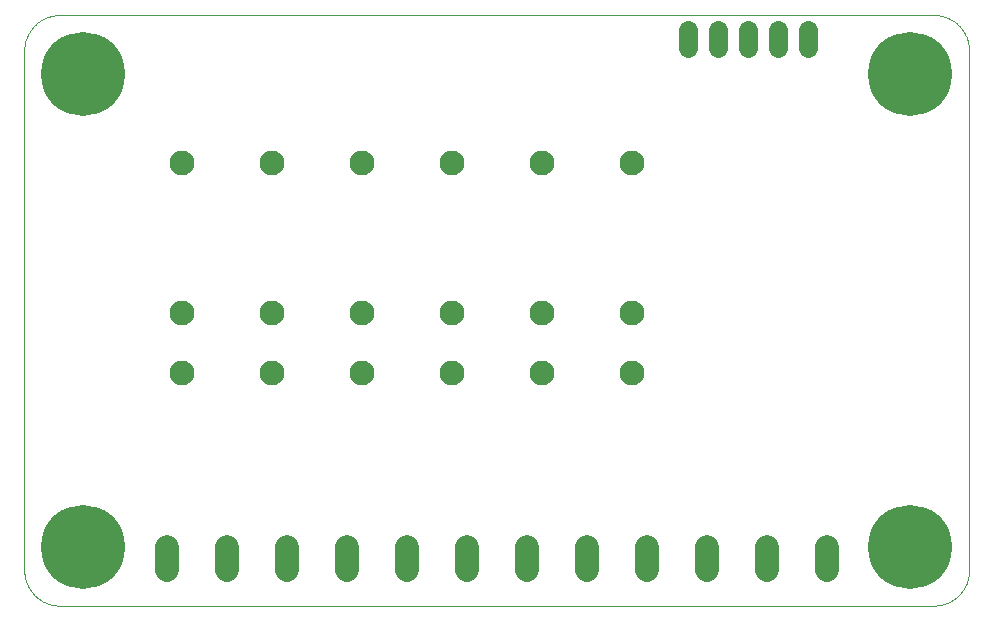
<source format=gbs>
G75*
%MOIN*%
%OFA0B0*%
%FSLAX25Y25*%
%IPPOS*%
%LPD*%
%AMOC8*
5,1,8,0,0,1.08239X$1,22.5*
%
%ADD10C,0.00394*%
%ADD11C,0.08274*%
%ADD12C,0.06306*%
%ADD13C,0.08077*%
%ADD14C,0.27959*%
D10*
X0040154Y0032555D02*
X0331493Y0032555D01*
X0331778Y0032558D01*
X0332064Y0032569D01*
X0332349Y0032586D01*
X0332633Y0032610D01*
X0332917Y0032641D01*
X0333200Y0032679D01*
X0333481Y0032724D01*
X0333762Y0032775D01*
X0334042Y0032833D01*
X0334320Y0032898D01*
X0334596Y0032970D01*
X0334870Y0033048D01*
X0335143Y0033133D01*
X0335413Y0033225D01*
X0335681Y0033323D01*
X0335947Y0033427D01*
X0336210Y0033538D01*
X0336470Y0033655D01*
X0336728Y0033778D01*
X0336982Y0033908D01*
X0337233Y0034044D01*
X0337481Y0034185D01*
X0337725Y0034333D01*
X0337966Y0034486D01*
X0338202Y0034646D01*
X0338435Y0034811D01*
X0338664Y0034981D01*
X0338889Y0035157D01*
X0339109Y0035339D01*
X0339325Y0035525D01*
X0339536Y0035717D01*
X0339743Y0035914D01*
X0339945Y0036116D01*
X0340142Y0036323D01*
X0340334Y0036534D01*
X0340520Y0036750D01*
X0340702Y0036970D01*
X0340878Y0037195D01*
X0341048Y0037424D01*
X0341213Y0037657D01*
X0341373Y0037893D01*
X0341526Y0038134D01*
X0341674Y0038378D01*
X0341815Y0038626D01*
X0341951Y0038877D01*
X0342081Y0039131D01*
X0342204Y0039389D01*
X0342321Y0039649D01*
X0342432Y0039912D01*
X0342536Y0040178D01*
X0342634Y0040446D01*
X0342726Y0040716D01*
X0342811Y0040989D01*
X0342889Y0041263D01*
X0342961Y0041539D01*
X0343026Y0041817D01*
X0343084Y0042097D01*
X0343135Y0042378D01*
X0343180Y0042659D01*
X0343218Y0042942D01*
X0343249Y0043226D01*
X0343273Y0043510D01*
X0343290Y0043795D01*
X0343301Y0044081D01*
X0343304Y0044366D01*
X0343304Y0217594D01*
X0343301Y0217879D01*
X0343290Y0218165D01*
X0343273Y0218450D01*
X0343249Y0218734D01*
X0343218Y0219018D01*
X0343180Y0219301D01*
X0343135Y0219582D01*
X0343084Y0219863D01*
X0343026Y0220143D01*
X0342961Y0220421D01*
X0342889Y0220697D01*
X0342811Y0220971D01*
X0342726Y0221244D01*
X0342634Y0221514D01*
X0342536Y0221782D01*
X0342432Y0222048D01*
X0342321Y0222311D01*
X0342204Y0222571D01*
X0342081Y0222829D01*
X0341951Y0223083D01*
X0341815Y0223334D01*
X0341674Y0223582D01*
X0341526Y0223826D01*
X0341373Y0224067D01*
X0341213Y0224303D01*
X0341048Y0224536D01*
X0340878Y0224765D01*
X0340702Y0224990D01*
X0340520Y0225210D01*
X0340334Y0225426D01*
X0340142Y0225637D01*
X0339945Y0225844D01*
X0339743Y0226046D01*
X0339536Y0226243D01*
X0339325Y0226435D01*
X0339109Y0226621D01*
X0338889Y0226803D01*
X0338664Y0226979D01*
X0338435Y0227149D01*
X0338202Y0227314D01*
X0337966Y0227474D01*
X0337725Y0227627D01*
X0337481Y0227775D01*
X0337233Y0227916D01*
X0336982Y0228052D01*
X0336728Y0228182D01*
X0336470Y0228305D01*
X0336210Y0228422D01*
X0335947Y0228533D01*
X0335681Y0228637D01*
X0335413Y0228735D01*
X0335143Y0228827D01*
X0334870Y0228912D01*
X0334596Y0228990D01*
X0334320Y0229062D01*
X0334042Y0229127D01*
X0333762Y0229185D01*
X0333481Y0229236D01*
X0333200Y0229281D01*
X0332917Y0229319D01*
X0332633Y0229350D01*
X0332349Y0229374D01*
X0332064Y0229391D01*
X0331778Y0229402D01*
X0331493Y0229405D01*
X0040154Y0229405D01*
X0039869Y0229402D01*
X0039583Y0229391D01*
X0039298Y0229374D01*
X0039014Y0229350D01*
X0038730Y0229319D01*
X0038447Y0229281D01*
X0038166Y0229236D01*
X0037885Y0229185D01*
X0037605Y0229127D01*
X0037327Y0229062D01*
X0037051Y0228990D01*
X0036777Y0228912D01*
X0036504Y0228827D01*
X0036234Y0228735D01*
X0035966Y0228637D01*
X0035700Y0228533D01*
X0035437Y0228422D01*
X0035177Y0228305D01*
X0034919Y0228182D01*
X0034665Y0228052D01*
X0034414Y0227916D01*
X0034166Y0227775D01*
X0033922Y0227627D01*
X0033681Y0227474D01*
X0033445Y0227314D01*
X0033212Y0227149D01*
X0032983Y0226979D01*
X0032758Y0226803D01*
X0032538Y0226621D01*
X0032322Y0226435D01*
X0032111Y0226243D01*
X0031904Y0226046D01*
X0031702Y0225844D01*
X0031505Y0225637D01*
X0031313Y0225426D01*
X0031127Y0225210D01*
X0030945Y0224990D01*
X0030769Y0224765D01*
X0030599Y0224536D01*
X0030434Y0224303D01*
X0030274Y0224067D01*
X0030121Y0223826D01*
X0029973Y0223582D01*
X0029832Y0223334D01*
X0029696Y0223083D01*
X0029566Y0222829D01*
X0029443Y0222571D01*
X0029326Y0222311D01*
X0029215Y0222048D01*
X0029111Y0221782D01*
X0029013Y0221514D01*
X0028921Y0221244D01*
X0028836Y0220971D01*
X0028758Y0220697D01*
X0028686Y0220421D01*
X0028621Y0220143D01*
X0028563Y0219863D01*
X0028512Y0219582D01*
X0028467Y0219301D01*
X0028429Y0219018D01*
X0028398Y0218734D01*
X0028374Y0218450D01*
X0028357Y0218165D01*
X0028346Y0217879D01*
X0028343Y0217594D01*
X0028343Y0044366D01*
X0028346Y0044081D01*
X0028357Y0043795D01*
X0028374Y0043510D01*
X0028398Y0043226D01*
X0028429Y0042942D01*
X0028467Y0042659D01*
X0028512Y0042378D01*
X0028563Y0042097D01*
X0028621Y0041817D01*
X0028686Y0041539D01*
X0028758Y0041263D01*
X0028836Y0040989D01*
X0028921Y0040716D01*
X0029013Y0040446D01*
X0029111Y0040178D01*
X0029215Y0039912D01*
X0029326Y0039649D01*
X0029443Y0039389D01*
X0029566Y0039131D01*
X0029696Y0038877D01*
X0029832Y0038626D01*
X0029973Y0038378D01*
X0030121Y0038134D01*
X0030274Y0037893D01*
X0030434Y0037657D01*
X0030599Y0037424D01*
X0030769Y0037195D01*
X0030945Y0036970D01*
X0031127Y0036750D01*
X0031313Y0036534D01*
X0031505Y0036323D01*
X0031702Y0036116D01*
X0031904Y0035914D01*
X0032111Y0035717D01*
X0032322Y0035525D01*
X0032538Y0035339D01*
X0032758Y0035157D01*
X0032983Y0034981D01*
X0033212Y0034811D01*
X0033445Y0034646D01*
X0033681Y0034486D01*
X0033922Y0034333D01*
X0034166Y0034185D01*
X0034414Y0034044D01*
X0034665Y0033908D01*
X0034919Y0033778D01*
X0035177Y0033655D01*
X0035437Y0033538D01*
X0035700Y0033427D01*
X0035966Y0033323D01*
X0036234Y0033225D01*
X0036504Y0033133D01*
X0036777Y0033048D01*
X0037051Y0032970D01*
X0037327Y0032898D01*
X0037605Y0032833D01*
X0037885Y0032775D01*
X0038166Y0032724D01*
X0038447Y0032679D01*
X0038730Y0032641D01*
X0039014Y0032610D01*
X0039298Y0032586D01*
X0039583Y0032569D01*
X0039869Y0032558D01*
X0040154Y0032555D01*
D11*
X0080843Y0110055D03*
X0080843Y0130055D03*
X0110843Y0130055D03*
X0110843Y0110055D03*
X0140843Y0110055D03*
X0140843Y0130055D03*
X0170843Y0130055D03*
X0170843Y0110055D03*
X0200843Y0110055D03*
X0200843Y0130055D03*
X0230843Y0130055D03*
X0230843Y0110055D03*
X0230843Y0180055D03*
X0200843Y0180055D03*
X0170843Y0180055D03*
X0140843Y0180055D03*
X0110843Y0180055D03*
X0080843Y0180055D03*
D12*
X0249593Y0218352D02*
X0249593Y0224258D01*
X0259593Y0224258D02*
X0259593Y0218352D01*
X0269593Y0218352D02*
X0269593Y0224258D01*
X0279593Y0224258D02*
X0279593Y0218352D01*
X0289593Y0218352D02*
X0289593Y0224258D01*
D13*
X0295843Y0052019D02*
X0295843Y0044342D01*
X0275843Y0044342D02*
X0275843Y0052019D01*
X0255843Y0052019D02*
X0255843Y0044342D01*
X0235843Y0044342D02*
X0235843Y0052019D01*
X0215843Y0052019D02*
X0215843Y0044342D01*
X0195843Y0044342D02*
X0195843Y0052019D01*
X0175843Y0052019D02*
X0175843Y0044342D01*
X0155843Y0044342D02*
X0155843Y0052019D01*
X0135843Y0052019D02*
X0135843Y0044342D01*
X0115843Y0044342D02*
X0115843Y0052019D01*
X0095843Y0052019D02*
X0095843Y0044342D01*
X0075843Y0044342D02*
X0075843Y0052019D01*
D14*
X0048028Y0052240D03*
X0048028Y0209720D03*
X0323619Y0209720D03*
X0323619Y0052240D03*
M02*

</source>
